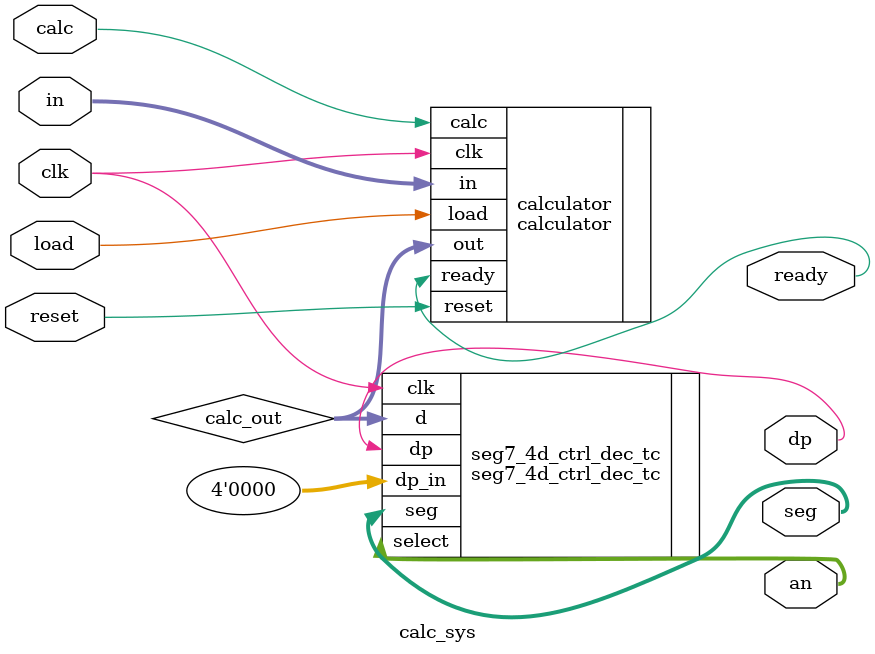
<source format=v>


module calc_sys (
    input wire clk,         // señal de reloj
    input wire reset,       // señal de reset
    input wire load,	    // señal de carga de dato
    input wire calc,        // señal de comienzo de operación
    input wire [7:0] in,    // entrada de datos y código de operación
    output wire ready,      // indicador de listo para operar
    output wire [0:6] seg,  // salida para visor 7-segmentos
    output wire [3:0] an,   // salida para visor 7-segmentos
    output wire dp          // salida para visor 7-segmentos
    );

    wire [7:0] calc_out;

    calculator #(.W(8)) calculator(
        .clk(clk),
        .reset(reset),
        .load(load),
        .calc(calc),
        .in(in),
        .ready(ready),
        .out(calc_out));

    seg7_4d_ctrl_dec_tc #(.CDBITS(18)) seg7_4d_ctrl_dec_tc(
        .clk(clk),
        .d(calc_out),
        .dp_in(4'b0000),
        .seg(seg),
        .select(an),
        .dp(dp));

endmodule

</source>
